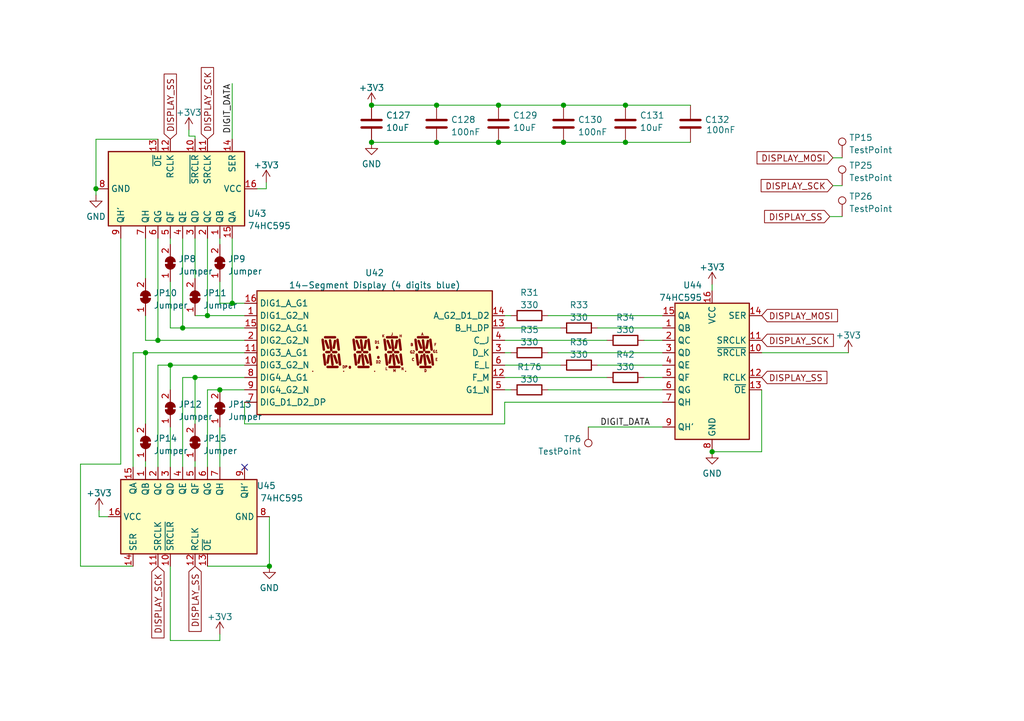
<source format=kicad_sch>
(kicad_sch (version 20230121) (generator eeschema)
  (paper "A5")
  (title_block (title "EL Controller - Display") (date "2023-02-09") (rev "1") (company "Light by Christian Baldus"))
  (lib_symbols
    (symbol "74xx:74HC595"
      (property "Reference" "U" (at -7.62 13.97 0))
      (property "Value" "74HC595" (at -7.62 -16.51 0))
      (symbol "74HC595_1_0"
        (pin tri_state line (at 10.16 7.62 180) (length 2.54) (name "QB") (number "1"))
        (pin input line (at -10.16 2.54 0) (length 2.54) (name "~{SRCLR}") (number "10"))
        (pin input line (at -10.16 5.08 0) (length 2.54) (name "SRCLK") (number "11"))
        (pin input line (at -10.16 -2.54 0) (length 2.54) (name "RCLK") (number "12"))
        (pin input line (at -10.16 -5.08 0) (length 2.54) (name "~{OE}") (number "13"))
        (pin input line (at -10.16 10.16 0) (length 2.54) (name "SER") (number "14"))
        (pin tri_state line (at 10.16 10.16 180) (length 2.54) (name "QA") (number "15"))
        (pin power_in line (at 0 15.24 270) (length 2.54) (name "VCC") (number "16"))
        (pin tri_state line (at 10.16 5.08 180) (length 2.54) (name "QC") (number "2"))
        (pin tri_state line (at 10.16 2.54 180) (length 2.54) (name "QD") (number "3"))
        (pin tri_state line (at 10.16 0 180) (length 2.54) (name "QE") (number "4"))
        (pin tri_state line (at 10.16 -2.54 180) (length 2.54) (name "QF") (number "5"))
        (pin tri_state line (at 10.16 -5.08 180) (length 2.54) (name "QG") (number "6"))
        (pin tri_state line (at 10.16 -7.62 180) (length 2.54) (name "QH") (number "7"))
        (pin power_in line (at 0 -17.78 90) (length 2.54) (name "GND") (number "8"))
        (pin output line (at 10.16 -12.7 180) (length 2.54) (name "QH'") (number "9"))
      )
      (symbol "74HC595_1_1"
        (rectangle (start -7.62 12.7) (end 7.62 -15.24) (stroke (width 0.254)) (fill (type background)))
      )
    )
    (symbol "Connector:TestPoint" (pin_numbers hide) (pin_names (offset 0.762) hide)
      (property "Reference" "TP" (at 0 6.858 0))
      (property "Value" "TestPoint" (at 0 5.08 0))
      (symbol "TestPoint_0_1"
        (circle (center 0 3.302) (radius 0.762))
      )
      (symbol "TestPoint_1_1"
        (pin passive line (at 0 0 90) (length 2.54) (name "1") (number "1"))
      )
    )
    (symbol "Device:C" (pin_numbers hide) (pin_names (offset 0.254))
      (property "Reference" "C" (at 0.635 2.54 0))
      (property "Value" "C" (at 0.635 -2.54 0))
      (symbol "C_0_1"
        (polyline (pts (xy -2.032 -0.762) (xy 2.032 -0.762)) (stroke (width 0.508)))
        (polyline (pts (xy -2.032 0.762) (xy 2.032 0.762)) (stroke (width 0.508)))
      )
      (symbol "C_1_1"
        (pin passive line (at 0 3.81 270) (length 2.794) (name "~") (number "1"))
        (pin passive line (at 0 -3.81 90) (length 2.794) (name "~") (number "2"))
      )
    )
    (symbol "Device:R" (pin_numbers hide) (pin_names (offset 0))
      (property "Reference" "R" (at 2.032 0 90))
      (property "Value" "R" (at 0 0 90))
      (symbol "R_0_1"
        (rectangle (start -1.016 -2.54) (end 1.016 2.54) (stroke (width 0.254)))
      )
      (symbol "R_1_1"
        (pin passive line (at 0 3.81 270) (length 1.27) (name "~") (number "1"))
        (pin passive line (at 0 -3.81 90) (length 1.27) (name "~") (number "2"))
      )
    )
    (symbol "Jumper:SolderJumper_2_Bridged" (pin_names (offset 0) hide)
      (property "Reference" "JP" (at 0 2.032 0))
      (property "Value" "SolderJumper_2_Bridged" (at 0 -2.54 0))
      (symbol "SolderJumper_2_Bridged_0_1"
        (rectangle (start -0.508 0.508) (end 0.508 -0.508) (fill (type outline)))
        (arc (start -0.254 1.016) (mid -1.2656 0) (end -0.254 -1.016))
        (arc (start -0.254 1.016) (mid -1.2656 0) (end -0.254 -1.016) (fill (type outline)))
        (polyline (pts (xy -0.254 1.016) (xy -0.254 -1.016)))
        (polyline (pts (xy 0.254 1.016) (xy 0.254 -1.016)))
        (arc (start 0.254 -1.016) (mid 1.2656 0) (end 0.254 1.016))
        (arc (start 0.254 -1.016) (mid 1.2656 0) (end 0.254 1.016) (fill (type outline)))
      )
      (symbol "SolderJumper_2_Bridged_1_1"
        (pin passive line (at -3.81 0 0) (length 2.54) (name "A") (number "1"))
        (pin passive line (at 3.81 0 180) (length 2.54) (name "B") (number "2"))
      )
    )
    (symbol "el_components:COM_21216"
      (property "Reference" "U" (at -24.13 13.97 0))
      (property "Value" "COM_21216" (at 24.13 13.97 0))
      (symbol "COM_21216_0_0"
        (pin input line (at 26.67 7.62 180) (length 2.54) (name "DIG1_G2_N") (number "1"))
        (pin input line (at 26.67 -2.54 180) (length 2.54) (name "DIG3_G2_N") (number "10"))
        (pin input line (at 26.67 0 180) (length 2.54) (name "DIG3_A_G1") (number "11"))
        (pin input line (at -26.67 -5.08 0) (length 2.54) (name "F_M") (number "12"))
        (pin input line (at -26.67 5.08 0) (length 2.54) (name "B_H_DP") (number "13"))
        (pin input line (at -26.67 7.62 0) (length 2.54) (name "A_G2_D1_D2") (number "14"))
        (pin input line (at 26.67 5.08 180) (length 2.54) (name "DIG2_A_G1") (number "15"))
        (pin input line (at 26.67 10.16 180) (length 2.54) (name "DIG1_A_G1") (number "16"))
        (pin input line (at 26.67 2.54 180) (length 2.54) (name "DIG2_G2_N") (number "2"))
        (pin input line (at -26.67 0 0) (length 2.54) (name "D_K") (number "3"))
        (pin input line (at -26.67 2.54 0) (length 2.54) (name "C_J") (number "4"))
        (pin input line (at -26.67 -7.62 0) (length 2.54) (name "G1_N") (number "5"))
        (pin input line (at -26.67 -2.54 0) (length 2.54) (name "E_L") (number "6"))
        (pin input line (at 26.67 -10.16 180) (length 2.54) (name "DIG_D1_D2_DP") (number "7"))
        (pin input line (at 26.67 -5.08 180) (length 2.54) (name "DIG4_A_G1") (number "8"))
        (pin input line (at 26.67 -7.62 180) (length 2.54) (name "DIG4_G2_N") (number "9"))
      )
      (symbol "COM_21216_0_1"
        (rectangle (start -24.13 12.7) (end 24.13 -12.7) (stroke (width 0.254)) (fill (type background)))
        (rectangle (start -6.35 -3.81) (end -6.35 -3.81) (stroke (width 0.254)))
        (rectangle (start 0 -3.81) (end 0 -3.81) (stroke (width 0.254)))
        (polyline (pts (xy -6.35 -3.81) (xy -6.35 -3.81)) (stroke (width 0.254)))
        (polyline (pts (xy 0 -3.81) (xy 0 -3.81)) (stroke (width 0.254)))
        (polyline (pts (xy 6.35 -3.81) (xy 6.35 -3.81)) (stroke (width 0.254)))
        (polyline (pts (xy 12.7 -3.81) (xy 12.7 -3.81)) (stroke (width 0.254)))
        (rectangle (start 6.35 -3.81) (end 6.35 -3.81) (stroke (width 0.254)))
        (rectangle (start 12.7 -3.81) (end 12.7 -3.81) (stroke (width 0.254)))
      )
      (symbol "COM_21216_1_0"
        (text "A" (at -9.779 3.81 0) (effects (font (size 0.508 0.508))))
        (text "B" (at -7.62 1.651 0) (effects (font (size 0.508 0.508))))
        (text "C" (at -7.874 -1.397 0) (effects (font (size 0.508 0.508))))
        (text "D" (at -10.414 -3.683 0) (effects (font (size 0.508 0.508))))
        (text "D1" (at -0.508 2.159 0) (effects (font (size 0.508 0.508))))
        (text "D2" (at -0.762 -1.905 0) (effects (font (size 0.508 0.508))))
        (text "DP" (at 6.096 -2.921 0) (effects (font (size 0.508 0.508))))
        (text "E" (at -12.7 -1.397 0) (effects (font (size 0.508 0.508))))
        (text "F" (at -12.446 1.651 0) (effects (font (size 0.508 0.508))))
        (text "G1" (at -12.446 0.254 0) (effects (font (size 0.508 0.508))))
        (text "G2" (at -7.747 0.127 0) (effects (font (size 0.508 0.508))))
        (text "H" (at -5.334 3.429 0) (effects (font (size 0.508 0.508))))
        (text "J" (at -3.556 3.81 0) (effects (font (size 0.508 0.508))))
        (text "K" (at -1.778 3.429 0) (effects (font (size 0.508 0.508))))
        (text "L" (at -2.413 -3.302 0) (effects (font (size 0.508 0.508))))
        (text "M" (at -4.064 -3.683 0) (effects (font (size 0.508 0.508))))
        (text "N" (at -5.715 -3.302 0) (effects (font (size 0.508 0.508))))
      )
      (symbol "COM_21216_1_1"
        (polyline (pts (xy -11.684 -0.381) (xy -11.938 -2.413)) (stroke (width 0.508)))
        (polyline (pts (xy -11.43 -2.921) (xy -9.398 -2.921)) (stroke (width 0.508)))
        (polyline (pts (xy -11.43 2.667) (xy -11.684 0.635)) (stroke (width 0.508)))
        (polyline (pts (xy -11.176 0.127) (xy -10.541 0.127)) (stroke (width 0.508)))
        (polyline (pts (xy -10.922 2.413) (xy -10.668 1.016)) (stroke (width 0.508)))
        (polyline (pts (xy -10.922 3.175) (xy -8.89 3.175)) (stroke (width 0.508)))
        (polyline (pts (xy -10.795 -0.635) (xy -11.303 -2.032)) (stroke (width 0.508)))
        (polyline (pts (xy -10.16 -0.381) (xy -10.414 -2.413)) (stroke (width 0.508)))
        (polyline (pts (xy -9.906 2.54) (xy -10.16 0.508)) (stroke (width 0.508)))
        (polyline (pts (xy -9.779 0.127) (xy -9.144 0.127)) (stroke (width 0.508)))
        (polyline (pts (xy -9.652 -0.635) (xy -9.398 -2.032)) (stroke (width 0.508)))
        (polyline (pts (xy -9.017 2.413) (xy -9.525 1.016)) (stroke (width 0.508)))
        (polyline (pts (xy -8.636 -0.381) (xy -8.89 -2.413)) (stroke (width 0.508)))
        (polyline (pts (xy -8.382 2.667) (xy -8.636 0.635)) (stroke (width 0.508)))
        (polyline (pts (xy -5.334 -0.381) (xy -5.588 -2.413)) (stroke (width 0.508)))
        (polyline (pts (xy -5.08 -2.921) (xy -3.048 -2.921)) (stroke (width 0.508)))
        (polyline (pts (xy -5.08 2.667) (xy -5.334 0.635)) (stroke (width 0.508)))
        (polyline (pts (xy -4.826 0.127) (xy -4.191 0.127)) (stroke (width 0.508)))
        (polyline (pts (xy -4.572 2.413) (xy -4.318 1.016)) (stroke (width 0.508)))
        (polyline (pts (xy -4.572 3.175) (xy -2.54 3.175)) (stroke (width 0.508)))
        (polyline (pts (xy -4.445 -0.635) (xy -4.953 -2.032)) (stroke (width 0.508)))
        (polyline (pts (xy -3.81 -0.381) (xy -4.064 -2.413)) (stroke (width 0.508)))
        (polyline (pts (xy -3.556 2.54) (xy -3.81 0.508)) (stroke (width 0.508)))
        (polyline (pts (xy -3.429 0.127) (xy -2.794 0.127)) (stroke (width 0.508)))
        (polyline (pts (xy -3.302 -0.635) (xy -3.048 -2.032)) (stroke (width 0.508)))
        (polyline (pts (xy -2.667 2.413) (xy -3.175 1.016)) (stroke (width 0.508)))
        (polyline (pts (xy -2.286 -0.381) (xy -2.54 -2.413)) (stroke (width 0.508)))
        (polyline (pts (xy -2.032 2.667) (xy -2.286 0.635)) (stroke (width 0.508)))
        (polyline (pts (xy -0.762 -1.016) (xy -0.762 -0.889)) (stroke (width 0.508)))
        (polyline (pts (xy -0.508 1.016) (xy -0.508 1.143)) (stroke (width 0.508)))
        (polyline (pts (xy 1.016 -0.381) (xy 0.762 -2.413)) (stroke (width 0.508)))
        (polyline (pts (xy 1.27 -2.921) (xy 3.302 -2.921)) (stroke (width 0.508)))
        (polyline (pts (xy 1.27 2.667) (xy 1.016 0.635)) (stroke (width 0.508)))
        (polyline (pts (xy 1.524 0.127) (xy 2.159 0.127)) (stroke (width 0.508)))
        (polyline (pts (xy 1.778 2.413) (xy 2.032 1.016)) (stroke (width 0.508)))
        (polyline (pts (xy 1.778 3.175) (xy 3.81 3.175)) (stroke (width 0.508)))
        (polyline (pts (xy 1.905 -0.635) (xy 1.397 -2.032)) (stroke (width 0.508)))
        (polyline (pts (xy 2.54 -0.381) (xy 2.286 -2.413)) (stroke (width 0.508)))
        (polyline (pts (xy 2.794 2.54) (xy 2.54 0.508)) (stroke (width 0.508)))
        (polyline (pts (xy 2.921 0.127) (xy 3.556 0.127)) (stroke (width 0.508)))
        (polyline (pts (xy 3.048 -0.635) (xy 3.302 -2.032)) (stroke (width 0.508)))
        (polyline (pts (xy 3.683 2.413) (xy 3.175 1.016)) (stroke (width 0.508)))
        (polyline (pts (xy 4.064 -0.381) (xy 3.81 -2.413)) (stroke (width 0.508)))
        (polyline (pts (xy 4.318 2.667) (xy 4.064 0.635)) (stroke (width 0.508)))
        (polyline (pts (xy 5.08 -3.048) (xy 5.08 -2.921)) (stroke (width 0.508)))
        (polyline (pts (xy 7.366 -0.381) (xy 7.112 -2.413)) (stroke (width 0.508)))
        (polyline (pts (xy 7.62 -2.921) (xy 9.652 -2.921)) (stroke (width 0.508)))
        (polyline (pts (xy 7.62 2.667) (xy 7.366 0.635)) (stroke (width 0.508)))
        (polyline (pts (xy 7.874 0.127) (xy 8.509 0.127)) (stroke (width 0.508)))
        (polyline (pts (xy 8.128 2.413) (xy 8.382 1.016)) (stroke (width 0.508)))
        (polyline (pts (xy 8.128 3.175) (xy 10.16 3.175)) (stroke (width 0.508)))
        (polyline (pts (xy 8.255 -0.635) (xy 7.747 -2.032)) (stroke (width 0.508)))
        (polyline (pts (xy 8.89 -0.381) (xy 8.636 -2.413)) (stroke (width 0.508)))
        (polyline (pts (xy 9.144 2.54) (xy 8.89 0.508)) (stroke (width 0.508)))
        (polyline (pts (xy 9.271 0.127) (xy 9.906 0.127)) (stroke (width 0.508)))
        (polyline (pts (xy 9.398 -0.635) (xy 9.652 -2.032)) (stroke (width 0.508)))
        (polyline (pts (xy 10.033 2.413) (xy 9.525 1.016)) (stroke (width 0.508)))
        (polyline (pts (xy 10.414 -0.381) (xy 10.16 -2.413)) (stroke (width 0.508)))
        (polyline (pts (xy 10.668 2.667) (xy 10.414 0.635)) (stroke (width 0.508)))
      )
    )
    (symbol "power:+3V3" (power) (pin_names (offset 0))
      (property "Value" "+3V3" (at 0 3.556 0))
      (symbol "+3V3_0_1"
        (polyline (pts (xy -0.762 1.27) (xy 0 2.54)))
        (polyline (pts (xy 0 0) (xy 0 2.54)))
        (polyline (pts (xy 0 2.54) (xy 0.762 1.27)))
      )
      (symbol "+3V3_1_1"
        (pin power_in line (at 0 0 90) (length 0) hide (name "+3V3") (number "1"))
      )
    )
    (symbol "power:GND" (power) (pin_names (offset 0))
      (property "Value" "GND" (at 0 -3.81 0))
      (symbol "GND_0_1"
        (polyline (pts (xy 0 0) (xy 0 -1.27) (xy 1.27 -1.27) (xy 0 -2.54) (xy -1.27 -1.27) (xy 0 -1.27)))
      )
      (symbol "GND_1_1"
        (pin power_in line (at 0 0 270) (length 0) hide (name "GND") (number "1"))
      )
    )
  )
  (junction (at 76.2 29.21))
  (junction (at 45.085 80.01))
  (junction (at 128.27 21.59))
  (junction (at 42.545 64.77))
  (junction (at 146.05 92.71))
  (junction (at 29.845 72.39))
  (junction (at 76.2 21.59))
  (junction (at 34.925 74.93))
  (junction (at 55.245 116.205))
  (junction (at 37.465 67.31))
  (junction (at 40.005 77.47))
  (junction (at 115.57 21.59))
  (junction (at 47.625 62.23))
  (junction (at 89.535 21.59))
  (junction (at 128.27 29.21))
  (junction (at 102.235 21.59))
  (junction (at 89.535 29.21))
  (junction (at 102.235 29.21))
  (junction (at 32.385 69.85))
  (junction (at 115.57 29.21))
  (junction (at 19.685 38.735))
  (no_connect (at 50.165 95.885))
  (wire (pts (xy 103.505 86.995) (xy 103.505 82.55)))
  (wire (pts (xy 32.385 48.895) (xy 32.385 69.85)))
  (wire (pts (xy 135.89 64.77) (xy 112.395 64.77)))
  (wire (pts (xy 135.89 74.93) (xy 122.555 74.93)))
  (wire (pts (xy 29.845 64.77) (xy 29.845 69.85)))
  (wire (pts (xy 40.005 48.895) (xy 40.005 57.15)))
  (wire (pts (xy 40.005 77.47) (xy 40.005 86.995)))
  (wire (pts (xy 146.05 58.42) (xy 146.05 59.69)))
  (wire (pts (xy 34.925 48.895) (xy 34.925 50.165)))
  (wire (pts (xy 34.925 74.93) (xy 50.165 74.93)))
  (wire (pts (xy 40.005 94.615) (xy 40.005 95.885)))
  (wire (pts (xy 114.935 67.31) (xy 103.505 67.31)))
  (wire (pts (xy 128.27 21.59) (xy 141.605 21.59)))
  (wire (pts (xy 115.57 21.59) (xy 128.27 21.59)))
  (wire (pts (xy 34.925 57.785) (xy 34.925 67.31)))
  (wire (pts (xy 34.925 131.445) (xy 34.925 116.205)))
  (wire (pts (xy 27.305 95.885) (xy 27.305 72.39)))
  (wire (pts (xy 104.775 72.39) (xy 103.505 72.39)))
  (wire (pts (xy 114.935 74.93) (xy 103.505 74.93)))
  (wire (pts (xy 135.89 67.31) (xy 122.555 67.31)))
  (wire (pts (xy 37.465 95.885) (xy 37.465 77.47)))
  (wire (pts (xy 42.545 95.885) (xy 42.545 80.01)))
  (wire (pts (xy 76.2 29.21) (xy 89.535 29.21)))
  (wire (pts (xy 27.305 72.39) (xy 29.845 72.39)))
  (wire (pts (xy 29.845 94.615) (xy 29.845 95.885)))
  (wire (pts (xy 42.545 64.77) (xy 50.165 64.77)))
  (wire (pts (xy 47.625 48.895) (xy 47.625 62.23)))
  (wire (pts (xy 29.845 69.85) (xy 32.385 69.85)))
  (wire (pts (xy 170.18 44.45) (xy 172.72 44.45)))
  (wire (pts (xy 42.545 116.205) (xy 55.245 116.205)))
  (wire (pts (xy 32.385 69.85) (xy 50.165 69.85)))
  (wire (pts (xy 156.21 80.01) (xy 156.21 92.71)))
  (wire (pts (xy 40.005 77.47) (xy 50.165 77.47)))
  (wire (pts (xy 45.085 48.895) (xy 45.085 50.165)))
  (wire (pts (xy 124.46 77.47) (xy 103.505 77.47)))
  (wire (pts (xy 19.685 28.575) (xy 32.385 28.575)))
  (wire (pts (xy 45.085 131.445) (xy 34.925 131.445)))
  (wire (pts (xy 120.65 87.63) (xy 135.89 87.63)))
  (wire (pts (xy 37.465 67.31) (xy 50.165 67.31)))
  (wire (pts (xy 128.27 29.21) (xy 141.605 29.21)))
  (wire (pts (xy 24.765 48.895) (xy 24.765 95.25)))
  (wire (pts (xy 42.545 48.895) (xy 42.545 64.77)))
  (wire (pts (xy 32.385 74.93) (xy 34.925 74.93)))
  (wire (pts (xy 37.465 77.47) (xy 40.005 77.47)))
  (wire (pts (xy 104.775 80.01) (xy 103.505 80.01)))
  (wire (pts (xy 47.625 17.145) (xy 47.625 28.575)))
  (wire (pts (xy 19.685 38.735) (xy 19.685 40.005)))
  (wire (pts (xy 54.61 38.735) (xy 52.705 38.735)))
  (wire (pts (xy 16.51 116.205) (xy 27.305 116.205)))
  (wire (pts (xy 115.57 29.21) (xy 128.27 29.21)))
  (wire (pts (xy 38.735 27.94) (xy 40.005 27.94)))
  (wire (pts (xy 50.165 62.23) (xy 47.625 62.23)))
  (wire (pts (xy 76.2 21.59) (xy 89.535 21.59)))
  (wire (pts (xy 42.545 64.77) (xy 40.005 64.77)))
  (wire (pts (xy 32.385 95.885) (xy 32.385 74.93)))
  (wire (pts (xy 170.815 32.385) (xy 172.72 32.385)))
  (wire (pts (xy 104.775 64.77) (xy 103.505 64.77)))
  (wire (pts (xy 170.815 38.1) (xy 172.72 38.1)))
  (wire (pts (xy 29.845 72.39) (xy 50.165 72.39)))
  (wire (pts (xy 173.99 72.39) (xy 156.21 72.39)))
  (wire (pts (xy 50.165 82.55) (xy 50.165 86.995)))
  (wire (pts (xy 34.925 87.63) (xy 34.925 95.885)))
  (wire (pts (xy 50.165 86.995) (xy 103.505 86.995)))
  (wire (pts (xy 40.005 27.94) (xy 40.005 28.575)))
  (wire (pts (xy 38.735 26.67) (xy 38.735 27.94)))
  (wire (pts (xy 34.925 67.31) (xy 37.465 67.31)))
  (wire (pts (xy 103.505 82.55) (xy 135.89 82.55)))
  (wire (pts (xy 29.845 86.995) (xy 29.845 72.39)))
  (wire (pts (xy 45.085 87.63) (xy 45.085 95.885)))
  (wire (pts (xy 16.51 95.25) (xy 16.51 116.205)))
  (wire (pts (xy 20.32 106.045) (xy 22.225 106.045)))
  (wire (pts (xy 135.89 72.39) (xy 112.395 72.39)))
  (wire (pts (xy 19.685 38.735) (xy 19.685 28.575)))
  (wire (pts (xy 156.21 92.71) (xy 146.05 92.71)))
  (wire (pts (xy 45.085 57.785) (xy 45.085 62.23)))
  (wire (pts (xy 47.625 62.23) (xy 45.085 62.23)))
  (wire (pts (xy 89.535 29.21) (xy 102.235 29.21)))
  (wire (pts (xy 135.89 69.85) (xy 132.08 69.85)))
  (wire (pts (xy 54.61 37.465) (xy 54.61 38.735)))
  (wire (pts (xy 102.235 21.59) (xy 115.57 21.59)))
  (wire (pts (xy 135.89 77.47) (xy 132.08 77.47)))
  (wire (pts (xy 42.545 80.01) (xy 45.085 80.01)))
  (wire (pts (xy 45.085 80.01) (xy 50.165 80.01)))
  (wire (pts (xy 55.245 116.205) (xy 55.245 106.045)))
  (wire (pts (xy 45.085 130.175) (xy 45.085 131.445)))
  (wire (pts (xy 24.765 95.25) (xy 16.51 95.25)))
  (wire (pts (xy 34.925 74.93) (xy 34.925 80.01)))
  (wire (pts (xy 89.535 21.59) (xy 102.235 21.59)))
  (wire (pts (xy 124.46 69.85) (xy 103.505 69.85)))
  (wire (pts (xy 37.465 48.895) (xy 37.465 67.31)))
  (wire (pts (xy 135.89 80.01) (xy 112.395 80.01)))
  (wire (pts (xy 102.235 29.21) (xy 115.57 29.21)))
  (wire (pts (xy 29.845 48.895) (xy 29.845 57.15)))
  (wire (pts (xy 20.32 104.775) (xy 20.32 106.045)))
  (label "DIGIT_DATA" (at 133.35 87.63 180))
  (label "DIGIT_DATA" (at 47.625 17.145 270))
  (global_label "DISPLAY_SCK" (shape input) (at 170.815 38.1 180) (property "Intersheetrefs" "${INTERSHEET_REFS}" (effects hide)))
  (global_label "DISPLAY_MOSI" (shape input) (at 170.815 32.385 180) (property "Intersheetrefs" "${INTERSHEET_REFS}" (effects hide)))
  (global_label "DISPLAY_SS" (shape input) (at 170.18 44.45 180) (property "Intersheetrefs" "${INTERSHEET_REFS}" (effects hide)))
  (global_label "DISPLAY_SCK" (shape input) (at 156.21 69.85 0) (property "Intersheetrefs" "${INTERSHEET_REFS}" (effects hide)))
  (global_label "DISPLAY_SS" (shape input) (at 156.21 77.47 0) (property "Intersheetrefs" "${INTERSHEET_REFS}" (effects hide)))
  (global_label "DISPLAY_SS" (shape input) (at 34.925 28.575 90) (property "Intersheetrefs" "${INTERSHEET_REFS}" (effects hide)))
  (global_label "DISPLAY_MOSI" (shape input) (at 156.21 64.77 0) (property "Intersheetrefs" "${INTERSHEET_REFS}" (effects hide)))
  (global_label "DISPLAY_SCK" (shape input) (at 42.545 28.575 90) (property "Intersheetrefs" "${INTERSHEET_REFS}" (effects hide)))
  (global_label "DISPLAY_SS" (shape input) (at 40.005 116.205 270) (property "Intersheetrefs" "${INTERSHEET_REFS}" (effects hide)))
  (global_label "DISPLAY_SCK" (shape input) (at 32.385 116.205 270) (property "Intersheetrefs" "${INTERSHEET_REFS}" (effects hide)))
  (symbol (lib_id "Device:C") (at 76.2 25.4 0) (unit 1)
    (property "Reference" "C127" (at 79.121 23.6763 0) (effects (justify left)))
    (property "Value" "10uF" (at 79.121 26.2132 0) (effects (justify left)))
    (property "Footprint" "Capacitor_SMD:C_0805_2012Metric" (effects hide))
  )
  (symbol (lib_id "power:+3V3") (at 76.2 21.59 0) (unit 1)
    (property "Reference" "#PWR0268" (effects hide))
    (property "Value" "+3V3" (at 76.2 18.0142 0))
  )
  (symbol (lib_id "Device:R") (at 108.585 64.77 270) (mirror x) (unit 1)
    (property "Reference" "R31" (at 108.585 60.0542 90))
    (property "Value" "330" (at 108.585 62.5911 90))
    (property "Footprint" "Resistor_SMD:R_0603_1608Metric" (effects hide))
  )
  (symbol (lib_id "power:GND") (at 146.05 92.71 0) (mirror y) (unit 1)
    (property "Reference" "#PWR0267" (effects hide))
    (property "Value" "GND" (at 146.05 97.1534 0))
  )
  (symbol (lib_id "power:+3V3") (at 173.99 72.39 0) (mirror y) (unit 1)
    (property "Reference" "#PWR0265" (effects hide))
    (property "Value" "+3V3" (at 173.99 68.8142 0))
  )
  (symbol (lib_id "Jumper:SolderJumper_2_Bridged") (at 40.005 60.96 270) (mirror x) (unit 1)
    (property "Reference" "JP11" (at 41.656 60.1253 90) (effects (justify left)))
    (property "Value" "Jumper" (at 41.656 62.6622 90) (effects (justify left)))
    (property "Footprint" "Jumper:SolderJumper-2_P1.3mm_Bridged_RoundedPad1.0x1.5mm" (effects hide))
  )
  (symbol (lib_id "power:GND") (at 76.2 29.21 0) (unit 1)
    (property "Reference" "#PWR0269" (effects hide))
    (property "Value" "GND" (at 76.2 33.6534 0))
  )
  (symbol (lib_id "Jumper:SolderJumper_2_Bridged") (at 29.845 60.96 270) (mirror x) (unit 1)
    (property "Reference" "JP10" (at 31.496 60.1253 90) (effects (justify left)))
    (property "Value" "Jumper" (at 31.496 62.6622 90) (effects (justify left)))
    (property "Footprint" "Jumper:SolderJumper-2_P1.3mm_Bridged_RoundedPad1.0x1.5mm" (effects hide))
  )
  (symbol (lib_id "Device:R") (at 118.745 74.93 270) (mirror x) (unit 1)
    (property "Reference" "R36" (at 118.745 70.2142 90))
    (property "Value" "330" (at 118.745 72.7511 90))
    (property "Footprint" "Resistor_SMD:R_0603_1608Metric" (effects hide))
  )
  (symbol (lib_id "power:+3V3") (at 20.32 104.775 0) (mirror y) (unit 1)
    (property "Reference" "#PWR0270" (effects hide))
    (property "Value" "+3V3" (at 20.32 101.1992 0))
  )
  (symbol (lib_id "Connector:TestPoint") (at 172.72 44.45 0) (unit 1)
    (property "Reference" "TP26" (at 174.117 40.3133 0) (effects (justify left)))
    (property "Value" "TestPoint" (at 174.117 42.8502 0) (effects (justify left)))
    (property "Footprint" "EL-footprints:TestPoint_THTPad_D2.0mm_Drill1.0mm" (effects hide))
  )
  (symbol (lib_id "Device:C") (at 89.535 25.4 0) (unit 1)
    (property "Reference" "C128" (at 92.456 24.5653 0) (effects (justify left)))
    (property "Value" "100nF" (at 92.456 27.1022 0) (effects (justify left)))
    (property "Footprint" "Capacitor_SMD:C_0603_1608Metric" (effects hide))
  )
  (symbol (lib_id "Jumper:SolderJumper_2_Bridged") (at 40.005 90.805 90) (unit 1)
    (property "Reference" "JP15" (at 41.656 89.9703 90) (effects (justify right)))
    (property "Value" "Jumper" (at 41.656 92.5072 90) (effects (justify right)))
    (property "Footprint" "Jumper:SolderJumper-2_P1.3mm_Bridged_RoundedPad1.0x1.5mm" (effects hide))
  )
  (symbol (lib_id "Jumper:SolderJumper_2_Bridged") (at 34.925 83.82 90) (unit 1)
    (property "Reference" "JP12" (at 36.576 82.9853 90) (effects (justify right)))
    (property "Value" "Jumper" (at 36.576 85.5222 90) (effects (justify right)))
    (property "Footprint" "Jumper:SolderJumper-2_P1.3mm_Bridged_RoundedPad1.0x1.5mm" (effects hide))
  )
  (symbol (lib_id "Jumper:SolderJumper_2_Bridged") (at 29.845 90.805 90) (unit 1)
    (property "Reference" "JP14" (at 31.496 89.9703 90) (effects (justify right)))
    (property "Value" "Jumper" (at 31.496 92.5072 90) (effects (justify right)))
    (property "Footprint" "Jumper:SolderJumper-2_P1.3mm_Bridged_RoundedPad1.0x1.5mm" (effects hide))
  )
  (symbol (lib_id "Device:C") (at 128.27 25.4 0) (unit 1)
    (property "Reference" "C131" (at 131.191 23.6763 0) (effects (justify left)))
    (property "Value" "10uF" (at 131.191 26.2132 0) (effects (justify left)))
    (property "Footprint" "Capacitor_SMD:C_0805_2012Metric" (effects hide))
  )
  (symbol (lib_id "74xx:74HC595") (at 37.465 38.735 270) (unit 1)
    (property "Reference" "U43" (at 52.705 43.815 90))
    (property "Value" "74HC595" (at 55.245 46.355 90))
    (property "Footprint" "EL-footprints:DHVQFN16-1EP" (effects hide))
    (property "Datasheet" "http://www.ti.com/lit/ds/symlink/sn74hc595.pdf" (effects hide))
  )
  (symbol (lib_id "power:GND") (at 55.245 116.205 0) (mirror y) (unit 1)
    (property "Reference" "#PWR0271" (effects hide))
    (property "Value" "GND" (at 55.245 120.6484 0))
  )
  (symbol (lib_id "Device:C") (at 115.57 25.4 0) (unit 1)
    (property "Reference" "C130" (at 118.491 24.5653 0) (effects (justify left)))
    (property "Value" "100nF" (at 118.491 27.1022 0) (effects (justify left)))
    (property "Footprint" "Capacitor_SMD:C_0603_1608Metric" (effects hide))
  )
  (symbol (lib_id "Jumper:SolderJumper_2_Bridged") (at 34.925 53.975 270) (mirror x) (unit 1)
    (property "Reference" "JP8" (at 36.576 53.1403 90) (effects (justify left)))
    (property "Value" "Jumper" (at 36.576 55.6772 90) (effects (justify left)))
    (property "Footprint" "Jumper:SolderJumper-2_P1.3mm_Bridged_RoundedPad1.0x1.5mm" (effects hide))
  )
  (symbol (lib_id "Jumper:SolderJumper_2_Bridged") (at 45.085 53.975 270) (mirror x) (unit 1)
    (property "Reference" "JP9" (at 46.736 53.1403 90) (effects (justify left)))
    (property "Value" "Jumper" (at 46.736 55.6772 90) (effects (justify left)))
    (property "Footprint" "Jumper:SolderJumper-2_P1.3mm_Bridged_RoundedPad1.0x1.5mm" (effects hide))
  )
  (symbol (lib_id "power:+3V3") (at 45.085 130.175 0) (unit 1)
    (property "Reference" "#PWR0272" (effects hide))
    (property "Value" "+3V3" (at 45.085 126.5992 0))
  )
  (symbol (lib_id "Device:R") (at 128.27 77.47 270) (mirror x) (unit 1)
    (property "Reference" "R42" (at 128.27 72.7542 90))
    (property "Value" "330" (at 128.27 75.2911 90))
    (property "Footprint" "Resistor_SMD:R_0603_1608Metric" (effects hide))
  )
  (symbol (lib_id "Connector:TestPoint") (at 120.65 87.63 0) (mirror x) (unit 1)
    (property "Reference" "TP6" (at 119.253 90.0973 0) (effects (justify right)))
    (property "Value" "TestPoint" (at 119.253 92.6342 0) (effects (justify right)))
    (property "Footprint" "EL-footprints:TestPoint_THTPad_D2.0mm_Drill1.0mm" (effects hide))
  )
  (symbol (lib_id "Device:R") (at 108.585 80.01 270) (mirror x) (unit 1)
    (property "Reference" "R176" (at 108.585 75.2942 90))
    (property "Value" "330" (at 108.585 77.8311 90))
    (property "Footprint" "Resistor_SMD:R_0603_1608Metric" (effects hide))
  )
  (symbol (lib_id "Jumper:SolderJumper_2_Bridged") (at 45.085 83.82 90) (unit 1)
    (property "Reference" "JP13" (at 46.736 82.9853 90) (effects (justify right)))
    (property "Value" "Jumper" (at 46.736 85.5222 90) (effects (justify right)))
    (property "Footprint" "Jumper:SolderJumper-2_P1.3mm_Bridged_RoundedPad1.0x1.5mm" (effects hide))
  )
  (symbol (lib_id "Device:R") (at 118.745 67.31 270) (mirror x) (unit 1)
    (property "Reference" "R33" (at 118.745 62.5942 90))
    (property "Value" "330" (at 118.745 65.1311 90))
    (property "Footprint" "Resistor_SMD:R_0603_1608Metric" (effects hide))
  )
  (symbol (lib_id "power:+3V3") (at 54.61 37.465 0) (mirror y) (unit 1)
    (property "Reference" "#PWR0264" (effects hide))
    (property "Value" "+3V3" (at 54.61 33.8892 0))
  )
  (symbol (lib_id "power:GND") (at 19.685 40.005 0) (mirror y) (unit 1)
    (property "Reference" "#PWR0266" (effects hide))
    (property "Value" "GND" (at 19.685 44.4484 0))
  )
  (symbol (lib_id "Device:C") (at 141.605 25.4 0) (unit 1)
    (property "Reference" "C132" (at 144.526 24.5653 0) (effects (justify left)))
    (property "Value" "100nF" (at 144.78 26.67 0) (effects (justify left)))
    (property "Footprint" "Capacitor_SMD:C_0603_1608Metric" (effects hide))
  )
  (symbol (lib_id "el_components:COM_21216") (at 76.835 72.39 0) (mirror y) (unit 1)
    (property "Reference" "U42" (at 76.835 55.9902 0))
    (property "Value" "14-Segment Display (4 digits blue)" (at 76.835 58.5271 0))
    (property "Footprint" "EL-footprints:COM-21216" (effects hide))
    (property "Datasheet" "https://cdn.sparkfun.com/assets/d/c/5/c/d/JMF-4473BB3-059-P6.8.pdf" (effects hide))
  )
  (symbol (lib_id "power:+3V3") (at 38.735 26.67 0) (mirror y) (unit 1)
    (property "Reference" "#PWR032" (effects hide))
    (property "Value" "+3V3" (at 38.735 23.0942 0))
  )
  (symbol (lib_id "Connector:TestPoint") (at 172.72 38.1 0) (unit 1)
    (property "Reference" "TP25" (at 174.117 33.9633 0) (effects (justify left)))
    (property "Value" "TestPoint" (at 174.117 36.5002 0) (effects (justify left)))
    (property "Footprint" "EL-footprints:TestPoint_THTPad_D2.0mm_Drill1.0mm" (effects hide))
  )
  (symbol (lib_id "74xx:74HC595") (at 146.05 74.93 0) (mirror y) (unit 1)
    (property "Reference" "U44" (at 144.0306 58.5302 0) (effects (justify left)))
    (property "Value" "74HC595" (at 144.0306 61.0671 0) (effects (justify left)))
    (property "Footprint" "EL-footprints:DHVQFN16-1EP" (effects hide))
    (property "Datasheet" "http://www.ti.com/lit/ds/symlink/sn74hc595.pdf" (effects hide))
  )
  (symbol (lib_id "74xx:74HC595") (at 37.465 106.045 90) (unit 1)
    (property "Reference" "U45" (at 54.61 99.695 90))
    (property "Value" "74HC595" (at 57.785 102.235 90))
    (property "Footprint" "EL-footprints:DHVQFN16-1EP" (effects hide))
    (property "Datasheet" "http://www.ti.com/lit/ds/symlink/sn74hc595.pdf" (effects hide))
  )
  (symbol (lib_id "power:+3V3") (at 146.05 58.42 0) (mirror y) (unit 1)
    (property "Reference" "#PWR064" (effects hide))
    (property "Value" "+3V3" (at 146.05 54.8442 0))
  )
  (symbol (lib_id "Device:C") (at 102.235 25.4 0) (unit 1)
    (property "Reference" "C129" (at 105.156 23.6763 0) (effects (justify left)))
    (property "Value" "10uF" (at 105.156 26.2132 0) (effects (justify left)))
    (property "Footprint" "Capacitor_SMD:C_0805_2012Metric" (effects hide))
  )
  (symbol (lib_id "Device:R") (at 108.585 72.39 270) (mirror x) (unit 1)
    (property "Reference" "R35" (at 108.585 67.6742 90))
    (property "Value" "330" (at 108.585 70.2111 90))
    (property "Footprint" "Resistor_SMD:R_0603_1608Metric" (effects hide))
  )
  (symbol (lib_id "Device:R") (at 128.27 69.85 270) (mirror x) (unit 1)
    (property "Reference" "R34" (at 128.27 65.1342 90))
    (property "Value" "330" (at 128.27 67.6711 90))
    (property "Footprint" "Resistor_SMD:R_0603_1608Metric" (effects hide))
  )
  (symbol (lib_id "Connector:TestPoint") (at 172.72 32.385 0) (unit 1)
    (property "Reference" "TP15" (at 174.117 28.2483 0) (effects (justify left)))
    (property "Value" "TestPoint" (at 174.117 30.7852 0) (effects (justify left)))
    (property "Footprint" "EL-footprints:TestPoint_THTPad_D2.0mm_Drill1.0mm" (effects hide))
  )
)
</source>
